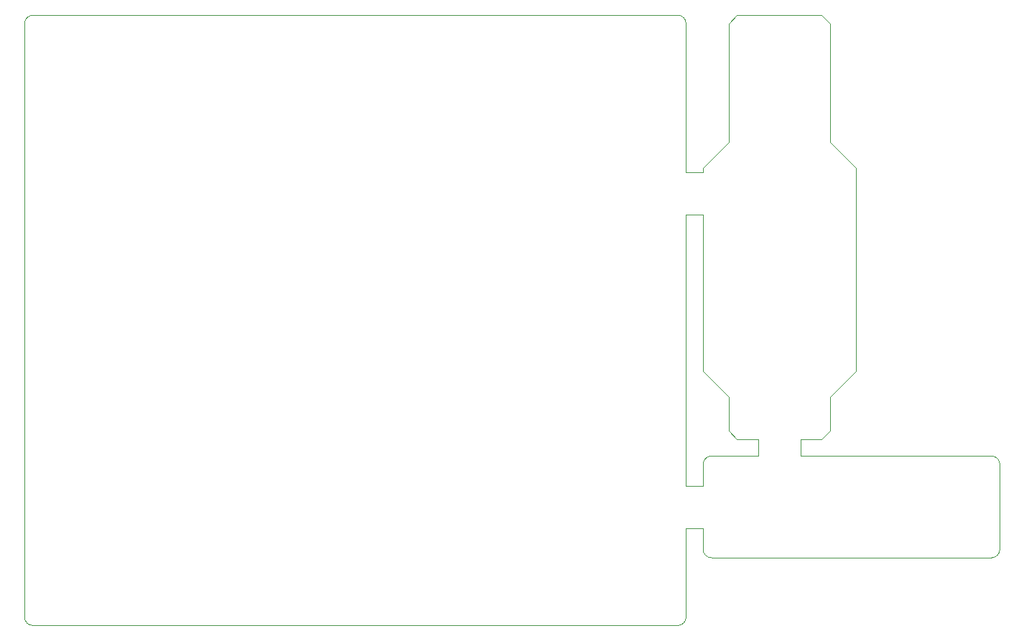
<source format=gbr>
G04 #@! TF.GenerationSoftware,KiCad,Pcbnew,(6.0.7)*
G04 #@! TF.CreationDate,2023-01-27T22:21:26-08:00*
G04 #@! TF.ProjectId,FcmlPanel,46636d6c-5061-46e6-956c-2e6b69636164,rev?*
G04 #@! TF.SameCoordinates,Original*
G04 #@! TF.FileFunction,Profile,NP*
%FSLAX46Y46*%
G04 Gerber Fmt 4.6, Leading zero omitted, Abs format (unit mm)*
G04 Created by KiCad (PCBNEW (6.0.7)) date 2023-01-27 22:21:26*
%MOMM*%
%LPD*%
G01*
G04 APERTURE LIST*
G04 #@! TA.AperFunction,Profile*
%ADD10C,0.038100*%
G04 #@! TD*
G04 #@! TA.AperFunction,Profile*
%ADD11C,0.120000*%
G04 #@! TD*
G04 APERTURE END LIST*
D10*
X27000000Y-101000000D02*
G75*
G03*
X26000000Y-102000000I-1J-999999D01*
G01*
X103000000Y-101000000D02*
X27000000Y-101000000D01*
X26000000Y-172000000D02*
G75*
G03*
X27000000Y-173000000I999999J-1D01*
G01*
X26000000Y-102000000D02*
X26000000Y-172000000D01*
X104000000Y-102000000D02*
G75*
G03*
X103000000Y-101000000I-1000000J0D01*
G01*
X109000000Y-116000000D02*
X106000000Y-119000000D01*
X141000000Y-164000000D02*
X141000000Y-154000000D01*
X107000000Y-153000000D02*
G75*
G03*
X106000000Y-154000000I0J-1000000D01*
G01*
X118000000Y-151000000D02*
X120000000Y-151000000D01*
X121000000Y-146000000D02*
X121000000Y-150000000D01*
X118000000Y-153000000D02*
X140000000Y-153000000D01*
X107000000Y-165000000D02*
X140000000Y-165000000D01*
X110000000Y-151000000D02*
X109000000Y-150000000D01*
X124000000Y-143000000D02*
X121000000Y-146000000D01*
X121000000Y-116000000D02*
X124000000Y-119000000D01*
X120000000Y-101000000D02*
X110000000Y-101000000D01*
X110000000Y-151000000D02*
X112000000Y-151000000D01*
X140000000Y-165000000D02*
G75*
G03*
X141000000Y-164000000I0J1000000D01*
G01*
X141000000Y-154000000D02*
G75*
G03*
X140000000Y-153000000I-1000000J0D01*
G01*
X109000000Y-150000000D02*
X109000000Y-146000000D01*
X107000000Y-153000000D02*
X112000000Y-153000000D01*
X103000000Y-173000000D02*
G75*
G03*
X104000000Y-172000000I0J1000000D01*
G01*
X106000000Y-125000000D02*
X106000000Y-143000000D01*
X106000000Y-164000000D02*
G75*
G03*
X107000000Y-165000000I1000000J0D01*
G01*
X110000000Y-101000000D02*
X109000000Y-102000000D01*
X106000000Y-162000000D02*
X106000000Y-164000000D01*
X121000000Y-102000000D02*
X121000000Y-116000000D01*
X104000000Y-172000000D02*
X104000000Y-162000000D01*
X109000000Y-146000000D02*
X106000000Y-143000000D01*
X27000000Y-173000000D02*
X103000000Y-173000000D01*
X124000000Y-119000000D02*
X124000000Y-143000000D01*
X106000000Y-156000000D02*
X106000000Y-154000000D01*
X121000000Y-150000000D02*
X120000000Y-151000000D01*
X120000000Y-101000000D02*
X121000000Y-102000000D01*
X104000000Y-156000000D02*
X104000000Y-125000000D01*
X109000000Y-102000000D02*
X109000000Y-116000000D01*
X104000000Y-119000000D02*
X104000000Y-102000000D01*
D11*
X117500000Y-151000000D02*
X117500000Y-152000000D01*
X112000000Y-151000000D02*
X112500000Y-151000000D01*
X112500000Y-152000000D02*
X112500000Y-151000000D01*
X117500000Y-151000000D02*
X118000000Y-151000000D01*
X104000000Y-125000000D02*
X104000000Y-124500000D01*
X104000000Y-119500000D02*
X105000000Y-119500000D01*
X105000000Y-124500000D02*
X104000000Y-124500000D01*
X104000000Y-119500000D02*
X104000000Y-119000000D01*
X104000000Y-162000000D02*
X104000000Y-161500000D01*
X104000000Y-156500000D02*
X104000000Y-156000000D01*
X104000000Y-156500000D02*
X105000000Y-156500000D01*
X105000000Y-161500000D02*
X104000000Y-161500000D01*
X112500000Y-153000000D02*
X112000000Y-153000000D01*
X117500000Y-152000000D02*
X117500000Y-153000000D01*
X118000000Y-153000000D02*
X117500000Y-153000000D01*
X112500000Y-153000000D02*
X112500000Y-152000000D01*
X106000000Y-119000000D02*
X106000000Y-119500000D01*
X106000000Y-124500000D02*
X105000000Y-124500000D01*
X106000000Y-124500000D02*
X106000000Y-125000000D01*
X105000000Y-119500000D02*
X106000000Y-119500000D01*
X106000000Y-161500000D02*
X106000000Y-162000000D01*
X105000000Y-156500000D02*
X106000000Y-156500000D01*
X106000000Y-156000000D02*
X106000000Y-156500000D01*
X106000000Y-161500000D02*
X105000000Y-161500000D01*
M02*

</source>
